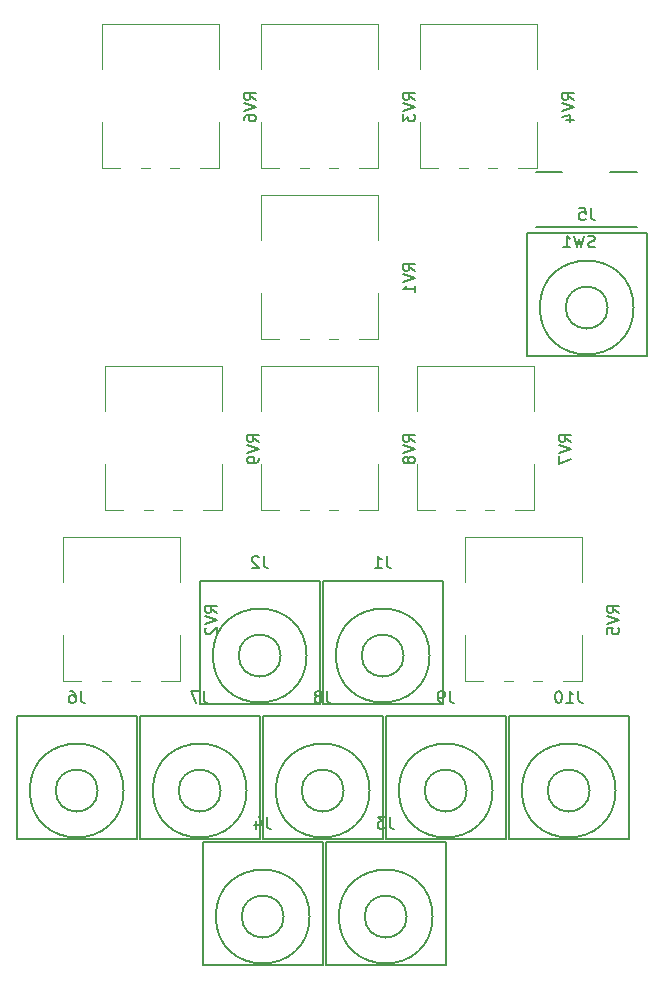
<source format=gbo>
G04 #@! TF.GenerationSoftware,KiCad,Pcbnew,(5.0.2)-1*
G04 #@! TF.CreationDate,2019-02-20T11:37:58+00:00*
G04 #@! TF.ProjectId,vco,76636f2e-6b69-4636-9164-5f7063625858,rev?*
G04 #@! TF.SameCoordinates,Original*
G04 #@! TF.FileFunction,Legend,Bot*
G04 #@! TF.FilePolarity,Positive*
%FSLAX46Y46*%
G04 Gerber Fmt 4.6, Leading zero omitted, Abs format (unit mm)*
G04 Created by KiCad (PCBNEW (5.0.2)-1) date 20/02/2019 11:37:58*
%MOMM*%
%LPD*%
G01*
G04 APERTURE LIST*
%ADD10C,0.150000*%
%ADD11C,0.120000*%
G04 APERTURE END LIST*
D10*
G04 #@! TO.C,J1*
X145796000Y-105156000D02*
X135636000Y-105156000D01*
X135636000Y-105156000D02*
X135636000Y-115570000D01*
X135636000Y-115570000D02*
X145796000Y-115570000D01*
X145796000Y-115570000D02*
X145796000Y-105156000D01*
X144683607Y-111506000D02*
G75*
G03X144683607Y-111506000I-3967607J0D01*
G01*
X142494000Y-111506000D02*
G75*
G03X142494000Y-111506000I-1778000J0D01*
G01*
G04 #@! TO.C,J2*
X132080000Y-111506000D02*
G75*
G03X132080000Y-111506000I-1778000J0D01*
G01*
X134269607Y-111506000D02*
G75*
G03X134269607Y-111506000I-3967607J0D01*
G01*
X135382000Y-115570000D02*
X135382000Y-105156000D01*
X125222000Y-115570000D02*
X135382000Y-115570000D01*
X125222000Y-105156000D02*
X125222000Y-115570000D01*
X135382000Y-105156000D02*
X125222000Y-105156000D01*
G04 #@! TO.C,J3*
X146050000Y-127254000D02*
X135890000Y-127254000D01*
X135890000Y-127254000D02*
X135890000Y-137668000D01*
X135890000Y-137668000D02*
X146050000Y-137668000D01*
X146050000Y-137668000D02*
X146050000Y-127254000D01*
X144937607Y-133604000D02*
G75*
G03X144937607Y-133604000I-3967607J0D01*
G01*
X142748000Y-133604000D02*
G75*
G03X142748000Y-133604000I-1778000J0D01*
G01*
G04 #@! TO.C,J4*
X135636000Y-127254000D02*
X125476000Y-127254000D01*
X125476000Y-127254000D02*
X125476000Y-137668000D01*
X125476000Y-137668000D02*
X135636000Y-137668000D01*
X135636000Y-137668000D02*
X135636000Y-127254000D01*
X134523607Y-133604000D02*
G75*
G03X134523607Y-133604000I-3967607J0D01*
G01*
X132334000Y-133604000D02*
G75*
G03X132334000Y-133604000I-1778000J0D01*
G01*
G04 #@! TO.C,J5*
X159766000Y-82042000D02*
G75*
G03X159766000Y-82042000I-1778000J0D01*
G01*
X161955607Y-82042000D02*
G75*
G03X161955607Y-82042000I-3967607J0D01*
G01*
X163068000Y-86106000D02*
X163068000Y-75692000D01*
X152908000Y-86106000D02*
X163068000Y-86106000D01*
X152908000Y-75692000D02*
X152908000Y-86106000D01*
X163068000Y-75692000D02*
X152908000Y-75692000D01*
G04 #@! TO.C,J6*
X116586000Y-122936000D02*
G75*
G03X116586000Y-122936000I-1778000J0D01*
G01*
X118775607Y-122936000D02*
G75*
G03X118775607Y-122936000I-3967607J0D01*
G01*
X119888000Y-127000000D02*
X119888000Y-116586000D01*
X109728000Y-127000000D02*
X119888000Y-127000000D01*
X109728000Y-116586000D02*
X109728000Y-127000000D01*
X119888000Y-116586000D02*
X109728000Y-116586000D01*
G04 #@! TO.C,J7*
X130302000Y-116586000D02*
X120142000Y-116586000D01*
X120142000Y-116586000D02*
X120142000Y-127000000D01*
X120142000Y-127000000D02*
X130302000Y-127000000D01*
X130302000Y-127000000D02*
X130302000Y-116586000D01*
X129189607Y-122936000D02*
G75*
G03X129189607Y-122936000I-3967607J0D01*
G01*
X127000000Y-122936000D02*
G75*
G03X127000000Y-122936000I-1778000J0D01*
G01*
G04 #@! TO.C,J8*
X137414000Y-122936000D02*
G75*
G03X137414000Y-122936000I-1778000J0D01*
G01*
X139603607Y-122936000D02*
G75*
G03X139603607Y-122936000I-3967607J0D01*
G01*
X140716000Y-127000000D02*
X140716000Y-116586000D01*
X130556000Y-127000000D02*
X140716000Y-127000000D01*
X130556000Y-116586000D02*
X130556000Y-127000000D01*
X140716000Y-116586000D02*
X130556000Y-116586000D01*
G04 #@! TO.C,J9*
X151130000Y-116586000D02*
X140970000Y-116586000D01*
X140970000Y-116586000D02*
X140970000Y-127000000D01*
X140970000Y-127000000D02*
X151130000Y-127000000D01*
X151130000Y-127000000D02*
X151130000Y-116586000D01*
X150017607Y-122936000D02*
G75*
G03X150017607Y-122936000I-3967607J0D01*
G01*
X147828000Y-122936000D02*
G75*
G03X147828000Y-122936000I-1778000J0D01*
G01*
G04 #@! TO.C,J10*
X158242000Y-122936000D02*
G75*
G03X158242000Y-122936000I-1778000J0D01*
G01*
X160431607Y-122936000D02*
G75*
G03X160431607Y-122936000I-3967607J0D01*
G01*
X161544000Y-127000000D02*
X161544000Y-116586000D01*
X151384000Y-127000000D02*
X161544000Y-127000000D01*
X151384000Y-116586000D02*
X151384000Y-127000000D01*
X161544000Y-116586000D02*
X151384000Y-116586000D01*
G04 #@! TO.C,SW1*
X153656000Y-75198000D02*
X162256000Y-75198000D01*
X153656000Y-70598000D02*
X155856000Y-70598000D01*
X159956000Y-70598000D02*
X162256000Y-70598000D01*
D11*
G04 #@! TO.C,RV1*
X140312000Y-72478000D02*
X130372000Y-72478000D01*
X131972000Y-84718000D02*
X130372000Y-84718000D01*
X134471000Y-84718000D02*
X133712000Y-84718000D01*
X136971000Y-84718000D02*
X136212000Y-84718000D01*
X140312000Y-84718000D02*
X138713000Y-84718000D01*
X130372000Y-76343000D02*
X130372000Y-72478000D01*
X130372000Y-84718000D02*
X130372000Y-80853000D01*
X140312000Y-76343000D02*
X140312000Y-72478000D01*
X140312000Y-84718000D02*
X140312000Y-80853000D01*
G04 #@! TO.C,RV2*
X123548000Y-113674000D02*
X123548000Y-109809000D01*
X123548000Y-105299000D02*
X123548000Y-101434000D01*
X113608000Y-113674000D02*
X113608000Y-109809000D01*
X113608000Y-105299000D02*
X113608000Y-101434000D01*
X123548000Y-113674000D02*
X121949000Y-113674000D01*
X120207000Y-113674000D02*
X119448000Y-113674000D01*
X117707000Y-113674000D02*
X116948000Y-113674000D01*
X115208000Y-113674000D02*
X113608000Y-113674000D01*
X123548000Y-101434000D02*
X113608000Y-101434000D01*
G04 #@! TO.C,RV3*
X140312000Y-70240000D02*
X140312000Y-66375000D01*
X140312000Y-61865000D02*
X140312000Y-58000000D01*
X130372000Y-70240000D02*
X130372000Y-66375000D01*
X130372000Y-61865000D02*
X130372000Y-58000000D01*
X140312000Y-70240000D02*
X138713000Y-70240000D01*
X136971000Y-70240000D02*
X136212000Y-70240000D01*
X134471000Y-70240000D02*
X133712000Y-70240000D01*
X131972000Y-70240000D02*
X130372000Y-70240000D01*
X140312000Y-58000000D02*
X130372000Y-58000000D01*
G04 #@! TO.C,RV4*
X153774000Y-70240000D02*
X153774000Y-66375000D01*
X153774000Y-61865000D02*
X153774000Y-58000000D01*
X143834000Y-70240000D02*
X143834000Y-66375000D01*
X143834000Y-61865000D02*
X143834000Y-58000000D01*
X153774000Y-70240000D02*
X152175000Y-70240000D01*
X150433000Y-70240000D02*
X149674000Y-70240000D01*
X147933000Y-70240000D02*
X147174000Y-70240000D01*
X145434000Y-70240000D02*
X143834000Y-70240000D01*
X153774000Y-58000000D02*
X143834000Y-58000000D01*
G04 #@! TO.C,RV5*
X157584000Y-101434000D02*
X147644000Y-101434000D01*
X149244000Y-113674000D02*
X147644000Y-113674000D01*
X151743000Y-113674000D02*
X150984000Y-113674000D01*
X154243000Y-113674000D02*
X153484000Y-113674000D01*
X157584000Y-113674000D02*
X155985000Y-113674000D01*
X147644000Y-105299000D02*
X147644000Y-101434000D01*
X147644000Y-113674000D02*
X147644000Y-109809000D01*
X157584000Y-105299000D02*
X157584000Y-101434000D01*
X157584000Y-113674000D02*
X157584000Y-109809000D01*
G04 #@! TO.C,RV6*
X126850000Y-58000000D02*
X116910000Y-58000000D01*
X118510000Y-70240000D02*
X116910000Y-70240000D01*
X121009000Y-70240000D02*
X120250000Y-70240000D01*
X123509000Y-70240000D02*
X122750000Y-70240000D01*
X126850000Y-70240000D02*
X125251000Y-70240000D01*
X116910000Y-61865000D02*
X116910000Y-58000000D01*
X116910000Y-70240000D02*
X116910000Y-66375000D01*
X126850000Y-61865000D02*
X126850000Y-58000000D01*
X126850000Y-70240000D02*
X126850000Y-66375000D01*
G04 #@! TO.C,RV7*
X153520000Y-99196000D02*
X153520000Y-95331000D01*
X153520000Y-90821000D02*
X153520000Y-86956000D01*
X143580000Y-99196000D02*
X143580000Y-95331000D01*
X143580000Y-90821000D02*
X143580000Y-86956000D01*
X153520000Y-99196000D02*
X151921000Y-99196000D01*
X150179000Y-99196000D02*
X149420000Y-99196000D01*
X147679000Y-99196000D02*
X146920000Y-99196000D01*
X145180000Y-99196000D02*
X143580000Y-99196000D01*
X153520000Y-86956000D02*
X143580000Y-86956000D01*
G04 #@! TO.C,RV8*
X140312000Y-99196000D02*
X140312000Y-95331000D01*
X140312000Y-90821000D02*
X140312000Y-86956000D01*
X130372000Y-99196000D02*
X130372000Y-95331000D01*
X130372000Y-90821000D02*
X130372000Y-86956000D01*
X140312000Y-99196000D02*
X138713000Y-99196000D01*
X136971000Y-99196000D02*
X136212000Y-99196000D01*
X134471000Y-99196000D02*
X133712000Y-99196000D01*
X131972000Y-99196000D02*
X130372000Y-99196000D01*
X140312000Y-86956000D02*
X130372000Y-86956000D01*
G04 #@! TO.C,RV9*
X127104000Y-86956000D02*
X117164000Y-86956000D01*
X118764000Y-99196000D02*
X117164000Y-99196000D01*
X121263000Y-99196000D02*
X120504000Y-99196000D01*
X123763000Y-99196000D02*
X123004000Y-99196000D01*
X127104000Y-99196000D02*
X125505000Y-99196000D01*
X117164000Y-90821000D02*
X117164000Y-86956000D01*
X117164000Y-99196000D02*
X117164000Y-95331000D01*
X127104000Y-90821000D02*
X127104000Y-86956000D01*
X127104000Y-99196000D02*
X127104000Y-95331000D01*
G04 #@! TO.C,J1*
D10*
X141049333Y-103076380D02*
X141049333Y-103790666D01*
X141096952Y-103933523D01*
X141192190Y-104028761D01*
X141335047Y-104076380D01*
X141430285Y-104076380D01*
X140049333Y-104076380D02*
X140620761Y-104076380D01*
X140335047Y-104076380D02*
X140335047Y-103076380D01*
X140430285Y-103219238D01*
X140525523Y-103314476D01*
X140620761Y-103362095D01*
G04 #@! TO.C,J2*
X130635333Y-103076380D02*
X130635333Y-103790666D01*
X130682952Y-103933523D01*
X130778190Y-104028761D01*
X130921047Y-104076380D01*
X131016285Y-104076380D01*
X130206761Y-103171619D02*
X130159142Y-103124000D01*
X130063904Y-103076380D01*
X129825809Y-103076380D01*
X129730571Y-103124000D01*
X129682952Y-103171619D01*
X129635333Y-103266857D01*
X129635333Y-103362095D01*
X129682952Y-103504952D01*
X130254380Y-104076380D01*
X129635333Y-104076380D01*
G04 #@! TO.C,J3*
X141303333Y-125174380D02*
X141303333Y-125888666D01*
X141350952Y-126031523D01*
X141446190Y-126126761D01*
X141589047Y-126174380D01*
X141684285Y-126174380D01*
X140922380Y-125174380D02*
X140303333Y-125174380D01*
X140636666Y-125555333D01*
X140493809Y-125555333D01*
X140398571Y-125602952D01*
X140350952Y-125650571D01*
X140303333Y-125745809D01*
X140303333Y-125983904D01*
X140350952Y-126079142D01*
X140398571Y-126126761D01*
X140493809Y-126174380D01*
X140779523Y-126174380D01*
X140874761Y-126126761D01*
X140922380Y-126079142D01*
G04 #@! TO.C,J4*
X130889333Y-125174380D02*
X130889333Y-125888666D01*
X130936952Y-126031523D01*
X131032190Y-126126761D01*
X131175047Y-126174380D01*
X131270285Y-126174380D01*
X129984571Y-125507714D02*
X129984571Y-126174380D01*
X130222666Y-125126761D02*
X130460761Y-125841047D01*
X129841714Y-125841047D01*
G04 #@! TO.C,J5*
X158321333Y-73612380D02*
X158321333Y-74326666D01*
X158368952Y-74469523D01*
X158464190Y-74564761D01*
X158607047Y-74612380D01*
X158702285Y-74612380D01*
X157368952Y-73612380D02*
X157845142Y-73612380D01*
X157892761Y-74088571D01*
X157845142Y-74040952D01*
X157749904Y-73993333D01*
X157511809Y-73993333D01*
X157416571Y-74040952D01*
X157368952Y-74088571D01*
X157321333Y-74183809D01*
X157321333Y-74421904D01*
X157368952Y-74517142D01*
X157416571Y-74564761D01*
X157511809Y-74612380D01*
X157749904Y-74612380D01*
X157845142Y-74564761D01*
X157892761Y-74517142D01*
G04 #@! TO.C,J6*
X115141333Y-114506380D02*
X115141333Y-115220666D01*
X115188952Y-115363523D01*
X115284190Y-115458761D01*
X115427047Y-115506380D01*
X115522285Y-115506380D01*
X114236571Y-114506380D02*
X114427047Y-114506380D01*
X114522285Y-114554000D01*
X114569904Y-114601619D01*
X114665142Y-114744476D01*
X114712761Y-114934952D01*
X114712761Y-115315904D01*
X114665142Y-115411142D01*
X114617523Y-115458761D01*
X114522285Y-115506380D01*
X114331809Y-115506380D01*
X114236571Y-115458761D01*
X114188952Y-115411142D01*
X114141333Y-115315904D01*
X114141333Y-115077809D01*
X114188952Y-114982571D01*
X114236571Y-114934952D01*
X114331809Y-114887333D01*
X114522285Y-114887333D01*
X114617523Y-114934952D01*
X114665142Y-114982571D01*
X114712761Y-115077809D01*
G04 #@! TO.C,J7*
X125555333Y-114506380D02*
X125555333Y-115220666D01*
X125602952Y-115363523D01*
X125698190Y-115458761D01*
X125841047Y-115506380D01*
X125936285Y-115506380D01*
X125174380Y-114506380D02*
X124507714Y-114506380D01*
X124936285Y-115506380D01*
G04 #@! TO.C,J8*
X135969333Y-114506380D02*
X135969333Y-115220666D01*
X136016952Y-115363523D01*
X136112190Y-115458761D01*
X136255047Y-115506380D01*
X136350285Y-115506380D01*
X135350285Y-114934952D02*
X135445523Y-114887333D01*
X135493142Y-114839714D01*
X135540761Y-114744476D01*
X135540761Y-114696857D01*
X135493142Y-114601619D01*
X135445523Y-114554000D01*
X135350285Y-114506380D01*
X135159809Y-114506380D01*
X135064571Y-114554000D01*
X135016952Y-114601619D01*
X134969333Y-114696857D01*
X134969333Y-114744476D01*
X135016952Y-114839714D01*
X135064571Y-114887333D01*
X135159809Y-114934952D01*
X135350285Y-114934952D01*
X135445523Y-114982571D01*
X135493142Y-115030190D01*
X135540761Y-115125428D01*
X135540761Y-115315904D01*
X135493142Y-115411142D01*
X135445523Y-115458761D01*
X135350285Y-115506380D01*
X135159809Y-115506380D01*
X135064571Y-115458761D01*
X135016952Y-115411142D01*
X134969333Y-115315904D01*
X134969333Y-115125428D01*
X135016952Y-115030190D01*
X135064571Y-114982571D01*
X135159809Y-114934952D01*
G04 #@! TO.C,J9*
X146383333Y-114506380D02*
X146383333Y-115220666D01*
X146430952Y-115363523D01*
X146526190Y-115458761D01*
X146669047Y-115506380D01*
X146764285Y-115506380D01*
X145859523Y-115506380D02*
X145669047Y-115506380D01*
X145573809Y-115458761D01*
X145526190Y-115411142D01*
X145430952Y-115268285D01*
X145383333Y-115077809D01*
X145383333Y-114696857D01*
X145430952Y-114601619D01*
X145478571Y-114554000D01*
X145573809Y-114506380D01*
X145764285Y-114506380D01*
X145859523Y-114554000D01*
X145907142Y-114601619D01*
X145954761Y-114696857D01*
X145954761Y-114934952D01*
X145907142Y-115030190D01*
X145859523Y-115077809D01*
X145764285Y-115125428D01*
X145573809Y-115125428D01*
X145478571Y-115077809D01*
X145430952Y-115030190D01*
X145383333Y-114934952D01*
G04 #@! TO.C,J10*
X157273523Y-114506380D02*
X157273523Y-115220666D01*
X157321142Y-115363523D01*
X157416380Y-115458761D01*
X157559238Y-115506380D01*
X157654476Y-115506380D01*
X156273523Y-115506380D02*
X156844952Y-115506380D01*
X156559238Y-115506380D02*
X156559238Y-114506380D01*
X156654476Y-114649238D01*
X156749714Y-114744476D01*
X156844952Y-114792095D01*
X155654476Y-114506380D02*
X155559238Y-114506380D01*
X155464000Y-114554000D01*
X155416380Y-114601619D01*
X155368761Y-114696857D01*
X155321142Y-114887333D01*
X155321142Y-115125428D01*
X155368761Y-115315904D01*
X155416380Y-115411142D01*
X155464000Y-115458761D01*
X155559238Y-115506380D01*
X155654476Y-115506380D01*
X155749714Y-115458761D01*
X155797333Y-115411142D01*
X155844952Y-115315904D01*
X155892571Y-115125428D01*
X155892571Y-114887333D01*
X155844952Y-114696857D01*
X155797333Y-114601619D01*
X155749714Y-114554000D01*
X155654476Y-114506380D01*
G04 #@! TO.C,SW1*
X158689333Y-76902761D02*
X158546476Y-76950380D01*
X158308380Y-76950380D01*
X158213142Y-76902761D01*
X158165523Y-76855142D01*
X158117904Y-76759904D01*
X158117904Y-76664666D01*
X158165523Y-76569428D01*
X158213142Y-76521809D01*
X158308380Y-76474190D01*
X158498857Y-76426571D01*
X158594095Y-76378952D01*
X158641714Y-76331333D01*
X158689333Y-76236095D01*
X158689333Y-76140857D01*
X158641714Y-76045619D01*
X158594095Y-75998000D01*
X158498857Y-75950380D01*
X158260761Y-75950380D01*
X158117904Y-75998000D01*
X157784571Y-75950380D02*
X157546476Y-76950380D01*
X157356000Y-76236095D01*
X157165523Y-76950380D01*
X156927428Y-75950380D01*
X156022666Y-76950380D02*
X156594095Y-76950380D01*
X156308380Y-76950380D02*
X156308380Y-75950380D01*
X156403619Y-76093238D01*
X156498857Y-76188476D01*
X156594095Y-76236095D01*
G04 #@! TO.C,RV1*
X143444380Y-78952761D02*
X142968190Y-78619428D01*
X143444380Y-78381333D02*
X142444380Y-78381333D01*
X142444380Y-78762285D01*
X142492000Y-78857523D01*
X142539619Y-78905142D01*
X142634857Y-78952761D01*
X142777714Y-78952761D01*
X142872952Y-78905142D01*
X142920571Y-78857523D01*
X142968190Y-78762285D01*
X142968190Y-78381333D01*
X142444380Y-79238476D02*
X143444380Y-79571809D01*
X142444380Y-79905142D01*
X143444380Y-80762285D02*
X143444380Y-80190857D01*
X143444380Y-80476571D02*
X142444380Y-80476571D01*
X142587238Y-80381333D01*
X142682476Y-80286095D01*
X142730095Y-80190857D01*
G04 #@! TO.C,RV2*
X126680380Y-107908761D02*
X126204190Y-107575428D01*
X126680380Y-107337333D02*
X125680380Y-107337333D01*
X125680380Y-107718285D01*
X125728000Y-107813523D01*
X125775619Y-107861142D01*
X125870857Y-107908761D01*
X126013714Y-107908761D01*
X126108952Y-107861142D01*
X126156571Y-107813523D01*
X126204190Y-107718285D01*
X126204190Y-107337333D01*
X125680380Y-108194476D02*
X126680380Y-108527809D01*
X125680380Y-108861142D01*
X125775619Y-109146857D02*
X125728000Y-109194476D01*
X125680380Y-109289714D01*
X125680380Y-109527809D01*
X125728000Y-109623047D01*
X125775619Y-109670666D01*
X125870857Y-109718285D01*
X125966095Y-109718285D01*
X126108952Y-109670666D01*
X126680380Y-109099238D01*
X126680380Y-109718285D01*
G04 #@! TO.C,RV3*
X143444380Y-64474761D02*
X142968190Y-64141428D01*
X143444380Y-63903333D02*
X142444380Y-63903333D01*
X142444380Y-64284285D01*
X142492000Y-64379523D01*
X142539619Y-64427142D01*
X142634857Y-64474761D01*
X142777714Y-64474761D01*
X142872952Y-64427142D01*
X142920571Y-64379523D01*
X142968190Y-64284285D01*
X142968190Y-63903333D01*
X142444380Y-64760476D02*
X143444380Y-65093809D01*
X142444380Y-65427142D01*
X142444380Y-65665238D02*
X142444380Y-66284285D01*
X142825333Y-65950952D01*
X142825333Y-66093809D01*
X142872952Y-66189047D01*
X142920571Y-66236666D01*
X143015809Y-66284285D01*
X143253904Y-66284285D01*
X143349142Y-66236666D01*
X143396761Y-66189047D01*
X143444380Y-66093809D01*
X143444380Y-65808095D01*
X143396761Y-65712857D01*
X143349142Y-65665238D01*
G04 #@! TO.C,RV4*
X156906380Y-64474761D02*
X156430190Y-64141428D01*
X156906380Y-63903333D02*
X155906380Y-63903333D01*
X155906380Y-64284285D01*
X155954000Y-64379523D01*
X156001619Y-64427142D01*
X156096857Y-64474761D01*
X156239714Y-64474761D01*
X156334952Y-64427142D01*
X156382571Y-64379523D01*
X156430190Y-64284285D01*
X156430190Y-63903333D01*
X155906380Y-64760476D02*
X156906380Y-65093809D01*
X155906380Y-65427142D01*
X156239714Y-66189047D02*
X156906380Y-66189047D01*
X155858761Y-65950952D02*
X156573047Y-65712857D01*
X156573047Y-66331904D01*
G04 #@! TO.C,RV5*
X160716380Y-107908761D02*
X160240190Y-107575428D01*
X160716380Y-107337333D02*
X159716380Y-107337333D01*
X159716380Y-107718285D01*
X159764000Y-107813523D01*
X159811619Y-107861142D01*
X159906857Y-107908761D01*
X160049714Y-107908761D01*
X160144952Y-107861142D01*
X160192571Y-107813523D01*
X160240190Y-107718285D01*
X160240190Y-107337333D01*
X159716380Y-108194476D02*
X160716380Y-108527809D01*
X159716380Y-108861142D01*
X159716380Y-109670666D02*
X159716380Y-109194476D01*
X160192571Y-109146857D01*
X160144952Y-109194476D01*
X160097333Y-109289714D01*
X160097333Y-109527809D01*
X160144952Y-109623047D01*
X160192571Y-109670666D01*
X160287809Y-109718285D01*
X160525904Y-109718285D01*
X160621142Y-109670666D01*
X160668761Y-109623047D01*
X160716380Y-109527809D01*
X160716380Y-109289714D01*
X160668761Y-109194476D01*
X160621142Y-109146857D01*
G04 #@! TO.C,RV6*
X129982380Y-64474761D02*
X129506190Y-64141428D01*
X129982380Y-63903333D02*
X128982380Y-63903333D01*
X128982380Y-64284285D01*
X129030000Y-64379523D01*
X129077619Y-64427142D01*
X129172857Y-64474761D01*
X129315714Y-64474761D01*
X129410952Y-64427142D01*
X129458571Y-64379523D01*
X129506190Y-64284285D01*
X129506190Y-63903333D01*
X128982380Y-64760476D02*
X129982380Y-65093809D01*
X128982380Y-65427142D01*
X128982380Y-66189047D02*
X128982380Y-65998571D01*
X129030000Y-65903333D01*
X129077619Y-65855714D01*
X129220476Y-65760476D01*
X129410952Y-65712857D01*
X129791904Y-65712857D01*
X129887142Y-65760476D01*
X129934761Y-65808095D01*
X129982380Y-65903333D01*
X129982380Y-66093809D01*
X129934761Y-66189047D01*
X129887142Y-66236666D01*
X129791904Y-66284285D01*
X129553809Y-66284285D01*
X129458571Y-66236666D01*
X129410952Y-66189047D01*
X129363333Y-66093809D01*
X129363333Y-65903333D01*
X129410952Y-65808095D01*
X129458571Y-65760476D01*
X129553809Y-65712857D01*
G04 #@! TO.C,RV7*
X156652380Y-93430761D02*
X156176190Y-93097428D01*
X156652380Y-92859333D02*
X155652380Y-92859333D01*
X155652380Y-93240285D01*
X155700000Y-93335523D01*
X155747619Y-93383142D01*
X155842857Y-93430761D01*
X155985714Y-93430761D01*
X156080952Y-93383142D01*
X156128571Y-93335523D01*
X156176190Y-93240285D01*
X156176190Y-92859333D01*
X155652380Y-93716476D02*
X156652380Y-94049809D01*
X155652380Y-94383142D01*
X155652380Y-94621238D02*
X155652380Y-95287904D01*
X156652380Y-94859333D01*
G04 #@! TO.C,RV8*
X143444380Y-93430761D02*
X142968190Y-93097428D01*
X143444380Y-92859333D02*
X142444380Y-92859333D01*
X142444380Y-93240285D01*
X142492000Y-93335523D01*
X142539619Y-93383142D01*
X142634857Y-93430761D01*
X142777714Y-93430761D01*
X142872952Y-93383142D01*
X142920571Y-93335523D01*
X142968190Y-93240285D01*
X142968190Y-92859333D01*
X142444380Y-93716476D02*
X143444380Y-94049809D01*
X142444380Y-94383142D01*
X142872952Y-94859333D02*
X142825333Y-94764095D01*
X142777714Y-94716476D01*
X142682476Y-94668857D01*
X142634857Y-94668857D01*
X142539619Y-94716476D01*
X142492000Y-94764095D01*
X142444380Y-94859333D01*
X142444380Y-95049809D01*
X142492000Y-95145047D01*
X142539619Y-95192666D01*
X142634857Y-95240285D01*
X142682476Y-95240285D01*
X142777714Y-95192666D01*
X142825333Y-95145047D01*
X142872952Y-95049809D01*
X142872952Y-94859333D01*
X142920571Y-94764095D01*
X142968190Y-94716476D01*
X143063428Y-94668857D01*
X143253904Y-94668857D01*
X143349142Y-94716476D01*
X143396761Y-94764095D01*
X143444380Y-94859333D01*
X143444380Y-95049809D01*
X143396761Y-95145047D01*
X143349142Y-95192666D01*
X143253904Y-95240285D01*
X143063428Y-95240285D01*
X142968190Y-95192666D01*
X142920571Y-95145047D01*
X142872952Y-95049809D01*
G04 #@! TO.C,RV9*
X130236380Y-93430761D02*
X129760190Y-93097428D01*
X130236380Y-92859333D02*
X129236380Y-92859333D01*
X129236380Y-93240285D01*
X129284000Y-93335523D01*
X129331619Y-93383142D01*
X129426857Y-93430761D01*
X129569714Y-93430761D01*
X129664952Y-93383142D01*
X129712571Y-93335523D01*
X129760190Y-93240285D01*
X129760190Y-92859333D01*
X129236380Y-93716476D02*
X130236380Y-94049809D01*
X129236380Y-94383142D01*
X130236380Y-94764095D02*
X130236380Y-94954571D01*
X130188761Y-95049809D01*
X130141142Y-95097428D01*
X129998285Y-95192666D01*
X129807809Y-95240285D01*
X129426857Y-95240285D01*
X129331619Y-95192666D01*
X129284000Y-95145047D01*
X129236380Y-95049809D01*
X129236380Y-94859333D01*
X129284000Y-94764095D01*
X129331619Y-94716476D01*
X129426857Y-94668857D01*
X129664952Y-94668857D01*
X129760190Y-94716476D01*
X129807809Y-94764095D01*
X129855428Y-94859333D01*
X129855428Y-95049809D01*
X129807809Y-95145047D01*
X129760190Y-95192666D01*
X129664952Y-95240285D01*
G04 #@! TD*
M02*

</source>
